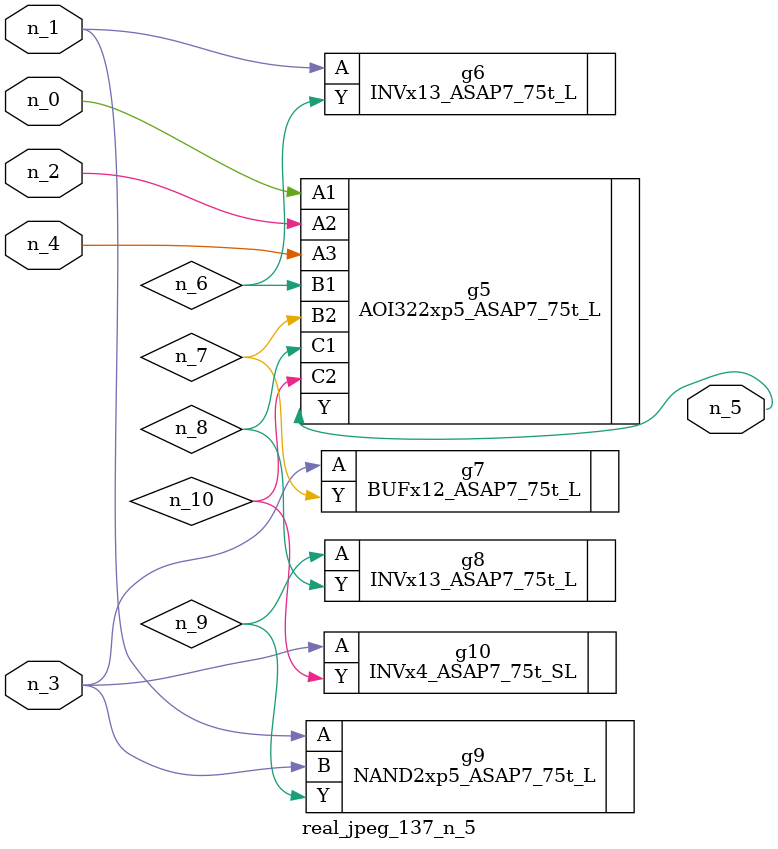
<source format=v>
module real_jpeg_137_n_5 (n_4, n_0, n_1, n_2, n_3, n_5);

input n_4;
input n_0;
input n_1;
input n_2;
input n_3;

output n_5;

wire n_8;
wire n_6;
wire n_7;
wire n_10;
wire n_9;

AOI322xp5_ASAP7_75t_L g5 ( 
.A1(n_0),
.A2(n_2),
.A3(n_4),
.B1(n_6),
.B2(n_7),
.C1(n_8),
.C2(n_10),
.Y(n_5)
);

INVx13_ASAP7_75t_L g6 ( 
.A(n_1),
.Y(n_6)
);

NAND2xp5_ASAP7_75t_L g9 ( 
.A(n_1),
.B(n_3),
.Y(n_9)
);

BUFx12_ASAP7_75t_L g7 ( 
.A(n_3),
.Y(n_7)
);

INVx4_ASAP7_75t_SL g10 ( 
.A(n_3),
.Y(n_10)
);

INVx13_ASAP7_75t_L g8 ( 
.A(n_9),
.Y(n_8)
);


endmodule
</source>
